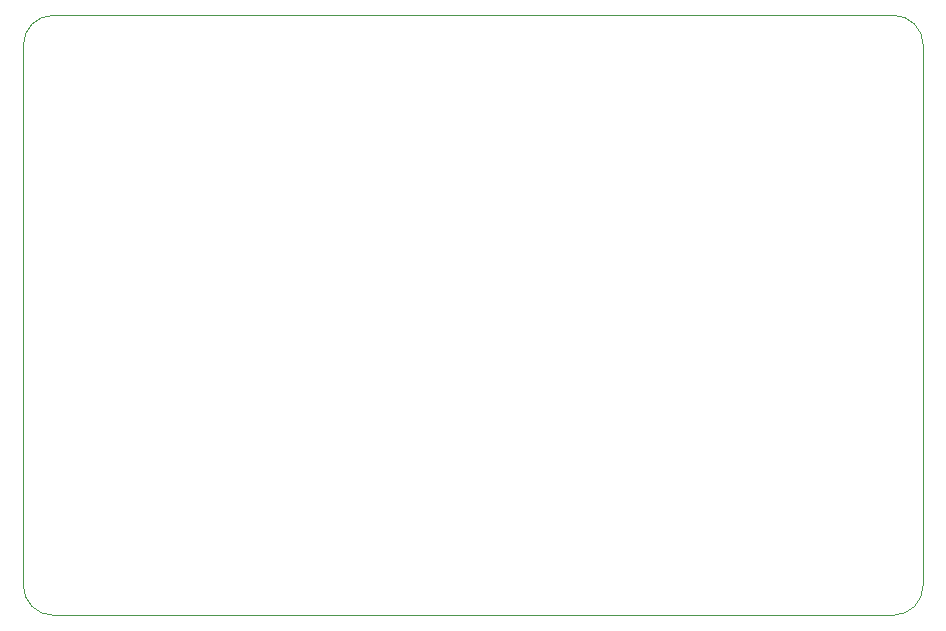
<source format=gbr>
G04 #@! TF.GenerationSoftware,KiCad,Pcbnew,7.0.9+dfsg-1*
G04 #@! TF.CreationDate,2023-12-12T22:55:21+08:00*
G04 #@! TF.ProjectId,can,63616e2e-6b69-4636-9164-5f7063625858,a*
G04 #@! TF.SameCoordinates,Original*
G04 #@! TF.FileFunction,Profile,NP*
%FSLAX46Y46*%
G04 Gerber Fmt 4.6, Leading zero omitted, Abs format (unit mm)*
G04 Created by KiCad (PCBNEW 7.0.9+dfsg-1) date 2023-12-12 22:55:21*
%MOMM*%
%LPD*%
G01*
G04 APERTURE LIST*
G04 #@! TA.AperFunction,Profile*
%ADD10C,0.120000*%
G04 #@! TD*
G04 APERTURE END LIST*
D10*
G04 #@! TO.C,J1*
X111760000Y-121920000D02*
X111760000Y-76200000D01*
X114300000Y-73660000D02*
X185420000Y-73660000D01*
X185420000Y-124460000D02*
X114300000Y-124460000D01*
X187960000Y-76200000D02*
X187960000Y-121920000D01*
X114300000Y-73660000D02*
G75*
G03*
X111760000Y-76200000I1J-2540001D01*
G01*
X111760000Y-121920000D02*
G75*
G03*
X114300000Y-124460000I2540001J1D01*
G01*
X187960000Y-76200000D02*
G75*
G03*
X185420000Y-73660000I-2540000J0D01*
G01*
X185420000Y-124460000D02*
G75*
G03*
X187960000Y-121920000I0J2540000D01*
G01*
G04 #@! TD*
M02*

</source>
